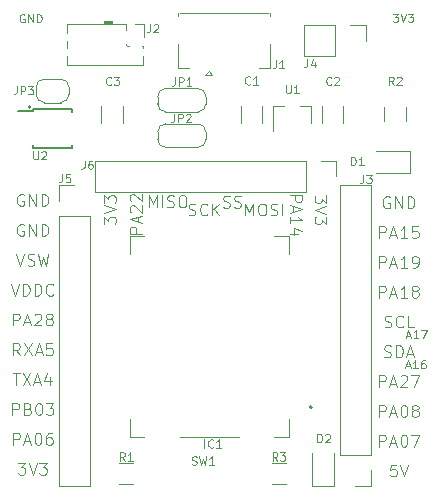
<source format=gbr>
%TF.GenerationSoftware,KiCad,Pcbnew,(5.1.8)-1*%
%TF.CreationDate,2021-02-16T14:56:34+05:30*%
%TF.ProjectId,WLR089U0-DevBoard,574c5230-3839-4553-902d-446576426f61,V1*%
%TF.SameCoordinates,Original*%
%TF.FileFunction,Legend,Top*%
%TF.FilePolarity,Positive*%
%FSLAX46Y46*%
G04 Gerber Fmt 4.6, Leading zero omitted, Abs format (unit mm)*
G04 Created by KiCad (PCBNEW (5.1.8)-1) date 2021-02-16 14:56:34*
%MOMM*%
%LPD*%
G01*
G04 APERTURE LIST*
%ADD10C,0.100000*%
%ADD11C,0.150000*%
%ADD12C,0.120000*%
%ADD13C,0.200000*%
%ADD14R,1.500000X1.500000*%
%ADD15R,1.000000X1.500000*%
%ADD16O,1.700000X1.700000*%
%ADD17R,1.700000X1.700000*%
%ADD18O,1.050000X1.250000*%
%ADD19R,0.400000X1.350000*%
%ADD20O,1.000000X1.900000*%
%ADD21R,2.900000X1.900000*%
%ADD22R,0.875000X1.900000*%
%ADD23C,2.600000*%
%ADD24C,3.000000*%
%ADD25R,2.000000X0.700000*%
%ADD26R,1.500000X0.700000*%
%ADD27R,0.700000X1.500000*%
%ADD28R,0.700000X2.000000*%
%ADD29R,3.000000X3.030000*%
%ADD30R,1.000000X1.000000*%
%ADD31O,1.000000X1.000000*%
%ADD32R,0.800000X0.900000*%
%ADD33R,1.400000X0.300000*%
G04 APERTURE END LIST*
D10*
X157816666Y-109966666D02*
X158150000Y-109966666D01*
X157750000Y-110166666D02*
X157983333Y-109466666D01*
X158216666Y-110166666D01*
X158816666Y-110166666D02*
X158416666Y-110166666D01*
X158616666Y-110166666D02*
X158616666Y-109466666D01*
X158550000Y-109566666D01*
X158483333Y-109633333D01*
X158416666Y-109666666D01*
X159416666Y-109466666D02*
X159283333Y-109466666D01*
X159216666Y-109500000D01*
X159183333Y-109533333D01*
X159116666Y-109633333D01*
X159083333Y-109766666D01*
X159083333Y-110033333D01*
X159116666Y-110100000D01*
X159150000Y-110133333D01*
X159216666Y-110166666D01*
X159350000Y-110166666D01*
X159416666Y-110133333D01*
X159450000Y-110100000D01*
X159483333Y-110033333D01*
X159483333Y-109866666D01*
X159450000Y-109800000D01*
X159416666Y-109766666D01*
X159350000Y-109733333D01*
X159216666Y-109733333D01*
X159150000Y-109766666D01*
X159116666Y-109800000D01*
X159083333Y-109866666D01*
X157866666Y-107416666D02*
X158200000Y-107416666D01*
X157800000Y-107616666D02*
X158033333Y-106916666D01*
X158266666Y-107616666D01*
X158866666Y-107616666D02*
X158466666Y-107616666D01*
X158666666Y-107616666D02*
X158666666Y-106916666D01*
X158600000Y-107016666D01*
X158533333Y-107083333D01*
X158466666Y-107116666D01*
X159100000Y-106916666D02*
X159566666Y-106916666D01*
X159266666Y-107616666D01*
D11*
X126020711Y-88050000D02*
G75*
G03*
X126020711Y-88050000I-70711J0D01*
G01*
D12*
X132250000Y-80750000D02*
X132250000Y-80950000D01*
X132300000Y-80850000D02*
X132900000Y-80800000D01*
X132900000Y-80900000D02*
X132300000Y-80900000D01*
X132950000Y-80750000D02*
X132250000Y-80750000D01*
X132950000Y-80950000D02*
X132950000Y-80750000D01*
D10*
X124982704Y-118152380D02*
X125601752Y-118152380D01*
X125268419Y-118533333D01*
X125411276Y-118533333D01*
X125506514Y-118580952D01*
X125554133Y-118628571D01*
X125601752Y-118723809D01*
X125601752Y-118961904D01*
X125554133Y-119057142D01*
X125506514Y-119104761D01*
X125411276Y-119152380D01*
X125125561Y-119152380D01*
X125030323Y-119104761D01*
X124982704Y-119057142D01*
X125887466Y-118152380D02*
X126220800Y-119152380D01*
X126554133Y-118152380D01*
X126792228Y-118152380D02*
X127411276Y-118152380D01*
X127077942Y-118533333D01*
X127220800Y-118533333D01*
X127316038Y-118580952D01*
X127363657Y-118628571D01*
X127411276Y-118723809D01*
X127411276Y-118961904D01*
X127363657Y-119057142D01*
X127316038Y-119104761D01*
X127220800Y-119152380D01*
X126935085Y-119152380D01*
X126839847Y-119104761D01*
X126792228Y-119057142D01*
X157009523Y-118302380D02*
X156533333Y-118302380D01*
X156485714Y-118778571D01*
X156533333Y-118730952D01*
X156628571Y-118683333D01*
X156866666Y-118683333D01*
X156961904Y-118730952D01*
X157009523Y-118778571D01*
X157057142Y-118873809D01*
X157057142Y-119111904D01*
X157009523Y-119207142D01*
X156961904Y-119254761D01*
X156866666Y-119302380D01*
X156628571Y-119302380D01*
X156533333Y-119254761D01*
X156485714Y-119207142D01*
X157342857Y-118302380D02*
X157676190Y-119302380D01*
X158009523Y-118302380D01*
X151097619Y-95511904D02*
X151097619Y-96130952D01*
X150716666Y-95797619D01*
X150716666Y-95940476D01*
X150669047Y-96035714D01*
X150621428Y-96083333D01*
X150526190Y-96130952D01*
X150288095Y-96130952D01*
X150192857Y-96083333D01*
X150145238Y-96035714D01*
X150097619Y-95940476D01*
X150097619Y-95654761D01*
X150145238Y-95559523D01*
X150192857Y-95511904D01*
X151097619Y-96416666D02*
X150097619Y-96750000D01*
X151097619Y-97083333D01*
X151097619Y-97321428D02*
X151097619Y-97940476D01*
X150716666Y-97607142D01*
X150716666Y-97750000D01*
X150669047Y-97845238D01*
X150621428Y-97892857D01*
X150526190Y-97940476D01*
X150288095Y-97940476D01*
X150192857Y-97892857D01*
X150145238Y-97845238D01*
X150097619Y-97750000D01*
X150097619Y-97464285D01*
X150145238Y-97369047D01*
X150192857Y-97321428D01*
X125149371Y-109045000D02*
X124816038Y-108568810D01*
X124577942Y-109045000D02*
X124577942Y-108045000D01*
X124958895Y-108045000D01*
X125054133Y-108092620D01*
X125101752Y-108140239D01*
X125149371Y-108235477D01*
X125149371Y-108378334D01*
X125101752Y-108473572D01*
X125054133Y-108521191D01*
X124958895Y-108568810D01*
X124577942Y-108568810D01*
X125482704Y-108045000D02*
X126149371Y-109045000D01*
X126149371Y-108045000D02*
X125482704Y-109045000D01*
X126482704Y-108759286D02*
X126958895Y-108759286D01*
X126387466Y-109045000D02*
X126720800Y-108045000D01*
X127054133Y-109045000D01*
X127863657Y-108045000D02*
X127387466Y-108045000D01*
X127339847Y-108521191D01*
X127387466Y-108473572D01*
X127482704Y-108425953D01*
X127720800Y-108425953D01*
X127816038Y-108473572D01*
X127863657Y-108521191D01*
X127911276Y-108616429D01*
X127911276Y-108854524D01*
X127863657Y-108949762D01*
X127816038Y-108997381D01*
X127720800Y-109045000D01*
X127482704Y-109045000D01*
X127387466Y-108997381D01*
X127339847Y-108949762D01*
X124554133Y-110571844D02*
X125125561Y-110571844D01*
X124839847Y-111571844D02*
X124839847Y-110571844D01*
X125363657Y-110571844D02*
X126030323Y-111571844D01*
X126030323Y-110571844D02*
X125363657Y-111571844D01*
X126363657Y-111286130D02*
X126839847Y-111286130D01*
X126268419Y-111571844D02*
X126601752Y-110571844D01*
X126935085Y-111571844D01*
X127696990Y-110905178D02*
X127696990Y-111571844D01*
X127458895Y-110524225D02*
X127220800Y-111238511D01*
X127839847Y-111238511D01*
X124577942Y-116625532D02*
X124577942Y-115625532D01*
X124958895Y-115625532D01*
X125054133Y-115673152D01*
X125101752Y-115720771D01*
X125149371Y-115816009D01*
X125149371Y-115958866D01*
X125101752Y-116054104D01*
X125054133Y-116101723D01*
X124958895Y-116149342D01*
X124577942Y-116149342D01*
X125530323Y-116339818D02*
X126006514Y-116339818D01*
X125435085Y-116625532D02*
X125768419Y-115625532D01*
X126101752Y-116625532D01*
X126625561Y-115625532D02*
X126720800Y-115625532D01*
X126816038Y-115673152D01*
X126863657Y-115720771D01*
X126911276Y-115816009D01*
X126958895Y-116006485D01*
X126958895Y-116244580D01*
X126911276Y-116435056D01*
X126863657Y-116530294D01*
X126816038Y-116577913D01*
X126720800Y-116625532D01*
X126625561Y-116625532D01*
X126530323Y-116577913D01*
X126482704Y-116530294D01*
X126435085Y-116435056D01*
X126387466Y-116244580D01*
X126387466Y-116006485D01*
X126435085Y-115816009D01*
X126482704Y-115720771D01*
X126530323Y-115673152D01*
X126625561Y-115625532D01*
X127816038Y-115625532D02*
X127625561Y-115625532D01*
X127530323Y-115673152D01*
X127482704Y-115720771D01*
X127387466Y-115863628D01*
X127339847Y-116054104D01*
X127339847Y-116435056D01*
X127387466Y-116530294D01*
X127435085Y-116577913D01*
X127530323Y-116625532D01*
X127720800Y-116625532D01*
X127816038Y-116577913D01*
X127863657Y-116530294D01*
X127911276Y-116435056D01*
X127911276Y-116196961D01*
X127863657Y-116101723D01*
X127816038Y-116054104D01*
X127720800Y-116006485D01*
X127530323Y-116006485D01*
X127435085Y-116054104D01*
X127387466Y-116101723D01*
X127339847Y-116196961D01*
X124506514Y-114098688D02*
X124506514Y-113098688D01*
X124887466Y-113098688D01*
X124982704Y-113146308D01*
X125030323Y-113193927D01*
X125077942Y-113289165D01*
X125077942Y-113432022D01*
X125030323Y-113527260D01*
X124982704Y-113574879D01*
X124887466Y-113622498D01*
X124506514Y-113622498D01*
X125839847Y-113574879D02*
X125982704Y-113622498D01*
X126030323Y-113670117D01*
X126077942Y-113765355D01*
X126077942Y-113908212D01*
X126030323Y-114003450D01*
X125982704Y-114051069D01*
X125887466Y-114098688D01*
X125506514Y-114098688D01*
X125506514Y-113098688D01*
X125839847Y-113098688D01*
X125935085Y-113146308D01*
X125982704Y-113193927D01*
X126030323Y-113289165D01*
X126030323Y-113384403D01*
X125982704Y-113479641D01*
X125935085Y-113527260D01*
X125839847Y-113574879D01*
X125506514Y-113574879D01*
X126696990Y-113098688D02*
X126792228Y-113098688D01*
X126887466Y-113146308D01*
X126935085Y-113193927D01*
X126982704Y-113289165D01*
X127030323Y-113479641D01*
X127030323Y-113717736D01*
X126982704Y-113908212D01*
X126935085Y-114003450D01*
X126887466Y-114051069D01*
X126792228Y-114098688D01*
X126696990Y-114098688D01*
X126601752Y-114051069D01*
X126554133Y-114003450D01*
X126506514Y-113908212D01*
X126458895Y-113717736D01*
X126458895Y-113479641D01*
X126506514Y-113289165D01*
X126554133Y-113193927D01*
X126601752Y-113146308D01*
X126696990Y-113098688D01*
X127363657Y-113098688D02*
X127982704Y-113098688D01*
X127649371Y-113479641D01*
X127792228Y-113479641D01*
X127887466Y-113527260D01*
X127935085Y-113574879D01*
X127982704Y-113670117D01*
X127982704Y-113908212D01*
X127935085Y-114003450D01*
X127887466Y-114051069D01*
X127792228Y-114098688D01*
X127506514Y-114098688D01*
X127411276Y-114051069D01*
X127363657Y-114003450D01*
X124577942Y-106518156D02*
X124577942Y-105518156D01*
X124958895Y-105518156D01*
X125054133Y-105565776D01*
X125101752Y-105613395D01*
X125149371Y-105708633D01*
X125149371Y-105851490D01*
X125101752Y-105946728D01*
X125054133Y-105994347D01*
X124958895Y-106041966D01*
X124577942Y-106041966D01*
X125530323Y-106232442D02*
X126006514Y-106232442D01*
X125435085Y-106518156D02*
X125768419Y-105518156D01*
X126101752Y-106518156D01*
X126387466Y-105613395D02*
X126435085Y-105565776D01*
X126530323Y-105518156D01*
X126768419Y-105518156D01*
X126863657Y-105565776D01*
X126911276Y-105613395D01*
X126958895Y-105708633D01*
X126958895Y-105803871D01*
X126911276Y-105946728D01*
X126339847Y-106518156D01*
X126958895Y-106518156D01*
X127530323Y-105946728D02*
X127435085Y-105899109D01*
X127387466Y-105851490D01*
X127339847Y-105756252D01*
X127339847Y-105708633D01*
X127387466Y-105613395D01*
X127435085Y-105565776D01*
X127530323Y-105518156D01*
X127720800Y-105518156D01*
X127816038Y-105565776D01*
X127863657Y-105613395D01*
X127911276Y-105708633D01*
X127911276Y-105756252D01*
X127863657Y-105851490D01*
X127816038Y-105899109D01*
X127720800Y-105946728D01*
X127530323Y-105946728D01*
X127435085Y-105994347D01*
X127387466Y-106041966D01*
X127339847Y-106137204D01*
X127339847Y-106327680D01*
X127387466Y-106422918D01*
X127435085Y-106470537D01*
X127530323Y-106518156D01*
X127720800Y-106518156D01*
X127816038Y-106470537D01*
X127863657Y-106422918D01*
X127911276Y-106327680D01*
X127911276Y-106137204D01*
X127863657Y-106041966D01*
X127816038Y-105994347D01*
X127720800Y-105946728D01*
X124387466Y-102991312D02*
X124720800Y-103991312D01*
X125054133Y-102991312D01*
X125387466Y-103991312D02*
X125387466Y-102991312D01*
X125625561Y-102991312D01*
X125768419Y-103038932D01*
X125863657Y-103134170D01*
X125911276Y-103229408D01*
X125958895Y-103419884D01*
X125958895Y-103562741D01*
X125911276Y-103753217D01*
X125863657Y-103848455D01*
X125768419Y-103943693D01*
X125625561Y-103991312D01*
X125387466Y-103991312D01*
X126387466Y-103991312D02*
X126387466Y-102991312D01*
X126625561Y-102991312D01*
X126768419Y-103038932D01*
X126863657Y-103134170D01*
X126911276Y-103229408D01*
X126958895Y-103419884D01*
X126958895Y-103562741D01*
X126911276Y-103753217D01*
X126863657Y-103848455D01*
X126768419Y-103943693D01*
X126625561Y-103991312D01*
X126387466Y-103991312D01*
X127958895Y-103896074D02*
X127911276Y-103943693D01*
X127768419Y-103991312D01*
X127673180Y-103991312D01*
X127530323Y-103943693D01*
X127435085Y-103848455D01*
X127387466Y-103753217D01*
X127339847Y-103562741D01*
X127339847Y-103419884D01*
X127387466Y-103229408D01*
X127435085Y-103134170D01*
X127530323Y-103038932D01*
X127673180Y-102991312D01*
X127768419Y-102991312D01*
X127911276Y-103038932D01*
X127958895Y-103086551D01*
X124839847Y-100464468D02*
X125173180Y-101464468D01*
X125506514Y-100464468D01*
X125792228Y-101416849D02*
X125935085Y-101464468D01*
X126173180Y-101464468D01*
X126268419Y-101416849D01*
X126316038Y-101369230D01*
X126363657Y-101273992D01*
X126363657Y-101178754D01*
X126316038Y-101083516D01*
X126268419Y-101035897D01*
X126173180Y-100988278D01*
X125982704Y-100940659D01*
X125887466Y-100893040D01*
X125839847Y-100845421D01*
X125792228Y-100750183D01*
X125792228Y-100654945D01*
X125839847Y-100559707D01*
X125887466Y-100512088D01*
X125982704Y-100464468D01*
X126220800Y-100464468D01*
X126363657Y-100512088D01*
X126696990Y-100464468D02*
X126935085Y-101464468D01*
X127125561Y-100750183D01*
X127316038Y-101464468D01*
X127554133Y-100464468D01*
X125458895Y-97985244D02*
X125363657Y-97937624D01*
X125220800Y-97937624D01*
X125077942Y-97985244D01*
X124982704Y-98080482D01*
X124935085Y-98175720D01*
X124887466Y-98366196D01*
X124887466Y-98509053D01*
X124935085Y-98699529D01*
X124982704Y-98794767D01*
X125077942Y-98890005D01*
X125220800Y-98937624D01*
X125316038Y-98937624D01*
X125458895Y-98890005D01*
X125506514Y-98842386D01*
X125506514Y-98509053D01*
X125316038Y-98509053D01*
X125935085Y-98937624D02*
X125935085Y-97937624D01*
X126506514Y-98937624D01*
X126506514Y-97937624D01*
X126982704Y-98937624D02*
X126982704Y-97937624D01*
X127220800Y-97937624D01*
X127363657Y-97985244D01*
X127458895Y-98080482D01*
X127506514Y-98175720D01*
X127554133Y-98366196D01*
X127554133Y-98509053D01*
X127506514Y-98699529D01*
X127458895Y-98794767D01*
X127363657Y-98890005D01*
X127220800Y-98937624D01*
X126982704Y-98937624D01*
X125458895Y-95458400D02*
X125363657Y-95410780D01*
X125220800Y-95410780D01*
X125077942Y-95458400D01*
X124982704Y-95553638D01*
X124935085Y-95648876D01*
X124887466Y-95839352D01*
X124887466Y-95982209D01*
X124935085Y-96172685D01*
X124982704Y-96267923D01*
X125077942Y-96363161D01*
X125220800Y-96410780D01*
X125316038Y-96410780D01*
X125458895Y-96363161D01*
X125506514Y-96315542D01*
X125506514Y-95982209D01*
X125316038Y-95982209D01*
X125935085Y-96410780D02*
X125935085Y-95410780D01*
X126506514Y-96410780D01*
X126506514Y-95410780D01*
X126982704Y-96410780D02*
X126982704Y-95410780D01*
X127220800Y-95410780D01*
X127363657Y-95458400D01*
X127458895Y-95553638D01*
X127506514Y-95648876D01*
X127554133Y-95839352D01*
X127554133Y-95982209D01*
X127506514Y-96172685D01*
X127458895Y-96267923D01*
X127363657Y-96363161D01*
X127220800Y-96410780D01*
X126982704Y-96410780D01*
X132252380Y-97938095D02*
X132252380Y-97319047D01*
X132633333Y-97652380D01*
X132633333Y-97509523D01*
X132680952Y-97414285D01*
X132728571Y-97366666D01*
X132823809Y-97319047D01*
X133061904Y-97319047D01*
X133157142Y-97366666D01*
X133204761Y-97414285D01*
X133252380Y-97509523D01*
X133252380Y-97795238D01*
X133204761Y-97890476D01*
X133157142Y-97938095D01*
X132252380Y-97033333D02*
X133252380Y-96700000D01*
X132252380Y-96366666D01*
X132252380Y-96128571D02*
X132252380Y-95509523D01*
X132633333Y-95842857D01*
X132633333Y-95700000D01*
X132680952Y-95604761D01*
X132728571Y-95557142D01*
X132823809Y-95509523D01*
X133061904Y-95509523D01*
X133157142Y-95557142D01*
X133204761Y-95604761D01*
X133252380Y-95700000D01*
X133252380Y-95985714D01*
X133204761Y-96080952D01*
X133157142Y-96128571D01*
X135452380Y-98742857D02*
X134452380Y-98742857D01*
X134452380Y-98361904D01*
X134500000Y-98266666D01*
X134547619Y-98219047D01*
X134642857Y-98171428D01*
X134785714Y-98171428D01*
X134880952Y-98219047D01*
X134928571Y-98266666D01*
X134976190Y-98361904D01*
X134976190Y-98742857D01*
X135166666Y-97790476D02*
X135166666Y-97314285D01*
X135452380Y-97885714D02*
X134452380Y-97552380D01*
X135452380Y-97219047D01*
X134547619Y-96933333D02*
X134500000Y-96885714D01*
X134452380Y-96790476D01*
X134452380Y-96552380D01*
X134500000Y-96457142D01*
X134547619Y-96409523D01*
X134642857Y-96361904D01*
X134738095Y-96361904D01*
X134880952Y-96409523D01*
X135452380Y-96980952D01*
X135452380Y-96361904D01*
X134547619Y-95980952D02*
X134500000Y-95933333D01*
X134452380Y-95838095D01*
X134452380Y-95600000D01*
X134500000Y-95504761D01*
X134547619Y-95457142D01*
X134642857Y-95409523D01*
X134738095Y-95409523D01*
X134880952Y-95457142D01*
X135452380Y-96028571D01*
X135452380Y-95409523D01*
X136047619Y-96502380D02*
X136047619Y-95502380D01*
X136380952Y-96216666D01*
X136714285Y-95502380D01*
X136714285Y-96502380D01*
X137190476Y-96502380D02*
X137190476Y-95502380D01*
X137619047Y-96454761D02*
X137761904Y-96502380D01*
X138000000Y-96502380D01*
X138095238Y-96454761D01*
X138142857Y-96407142D01*
X138190476Y-96311904D01*
X138190476Y-96216666D01*
X138142857Y-96121428D01*
X138095238Y-96073809D01*
X138000000Y-96026190D01*
X137809523Y-95978571D01*
X137714285Y-95930952D01*
X137666666Y-95883333D01*
X137619047Y-95788095D01*
X137619047Y-95692857D01*
X137666666Y-95597619D01*
X137714285Y-95550000D01*
X137809523Y-95502380D01*
X138047619Y-95502380D01*
X138190476Y-95550000D01*
X138809523Y-95502380D02*
X139000000Y-95502380D01*
X139095238Y-95550000D01*
X139190476Y-95645238D01*
X139238095Y-95835714D01*
X139238095Y-96169047D01*
X139190476Y-96359523D01*
X139095238Y-96454761D01*
X139000000Y-96502380D01*
X138809523Y-96502380D01*
X138714285Y-96454761D01*
X138619047Y-96359523D01*
X138571428Y-96169047D01*
X138571428Y-95835714D01*
X138619047Y-95645238D01*
X138714285Y-95550000D01*
X138809523Y-95502380D01*
X139433333Y-97154761D02*
X139576190Y-97202380D01*
X139814285Y-97202380D01*
X139909523Y-97154761D01*
X139957142Y-97107142D01*
X140004761Y-97011904D01*
X140004761Y-96916666D01*
X139957142Y-96821428D01*
X139909523Y-96773809D01*
X139814285Y-96726190D01*
X139623809Y-96678571D01*
X139528571Y-96630952D01*
X139480952Y-96583333D01*
X139433333Y-96488095D01*
X139433333Y-96392857D01*
X139480952Y-96297619D01*
X139528571Y-96250000D01*
X139623809Y-96202380D01*
X139861904Y-96202380D01*
X140004761Y-96250000D01*
X141004761Y-97107142D02*
X140957142Y-97154761D01*
X140814285Y-97202380D01*
X140719047Y-97202380D01*
X140576190Y-97154761D01*
X140480952Y-97059523D01*
X140433333Y-96964285D01*
X140385714Y-96773809D01*
X140385714Y-96630952D01*
X140433333Y-96440476D01*
X140480952Y-96345238D01*
X140576190Y-96250000D01*
X140719047Y-96202380D01*
X140814285Y-96202380D01*
X140957142Y-96250000D01*
X141004761Y-96297619D01*
X141433333Y-97202380D02*
X141433333Y-96202380D01*
X142004761Y-97202380D02*
X141576190Y-96630952D01*
X142004761Y-96202380D02*
X141433333Y-96773809D01*
X142338095Y-96504761D02*
X142480952Y-96552380D01*
X142719047Y-96552380D01*
X142814285Y-96504761D01*
X142861904Y-96457142D01*
X142909523Y-96361904D01*
X142909523Y-96266666D01*
X142861904Y-96171428D01*
X142814285Y-96123809D01*
X142719047Y-96076190D01*
X142528571Y-96028571D01*
X142433333Y-95980952D01*
X142385714Y-95933333D01*
X142338095Y-95838095D01*
X142338095Y-95742857D01*
X142385714Y-95647619D01*
X142433333Y-95600000D01*
X142528571Y-95552380D01*
X142766666Y-95552380D01*
X142909523Y-95600000D01*
X143290476Y-96504761D02*
X143433333Y-96552380D01*
X143671428Y-96552380D01*
X143766666Y-96504761D01*
X143814285Y-96457142D01*
X143861904Y-96361904D01*
X143861904Y-96266666D01*
X143814285Y-96171428D01*
X143766666Y-96123809D01*
X143671428Y-96076190D01*
X143480952Y-96028571D01*
X143385714Y-95980952D01*
X143338095Y-95933333D01*
X143290476Y-95838095D01*
X143290476Y-95742857D01*
X143338095Y-95647619D01*
X143385714Y-95600000D01*
X143480952Y-95552380D01*
X143719047Y-95552380D01*
X143861904Y-95600000D01*
X144228571Y-97202380D02*
X144228571Y-96202380D01*
X144561904Y-96916666D01*
X144895238Y-96202380D01*
X144895238Y-97202380D01*
X145561904Y-96202380D02*
X145752380Y-96202380D01*
X145847619Y-96250000D01*
X145942857Y-96345238D01*
X145990476Y-96535714D01*
X145990476Y-96869047D01*
X145942857Y-97059523D01*
X145847619Y-97154761D01*
X145752380Y-97202380D01*
X145561904Y-97202380D01*
X145466666Y-97154761D01*
X145371428Y-97059523D01*
X145323809Y-96869047D01*
X145323809Y-96535714D01*
X145371428Y-96345238D01*
X145466666Y-96250000D01*
X145561904Y-96202380D01*
X146371428Y-97154761D02*
X146514285Y-97202380D01*
X146752380Y-97202380D01*
X146847619Y-97154761D01*
X146895238Y-97107142D01*
X146942857Y-97011904D01*
X146942857Y-96916666D01*
X146895238Y-96821428D01*
X146847619Y-96773809D01*
X146752380Y-96726190D01*
X146561904Y-96678571D01*
X146466666Y-96630952D01*
X146419047Y-96583333D01*
X146371428Y-96488095D01*
X146371428Y-96392857D01*
X146419047Y-96297619D01*
X146466666Y-96250000D01*
X146561904Y-96202380D01*
X146800000Y-96202380D01*
X146942857Y-96250000D01*
X147371428Y-97202380D02*
X147371428Y-96202380D01*
X147997619Y-95507142D02*
X148997619Y-95507142D01*
X148997619Y-95888095D01*
X148950000Y-95983333D01*
X148902380Y-96030952D01*
X148807142Y-96078571D01*
X148664285Y-96078571D01*
X148569047Y-96030952D01*
X148521428Y-95983333D01*
X148473809Y-95888095D01*
X148473809Y-95507142D01*
X148283333Y-96459523D02*
X148283333Y-96935714D01*
X147997619Y-96364285D02*
X148997619Y-96697619D01*
X147997619Y-97030952D01*
X147997619Y-97888095D02*
X147997619Y-97316666D01*
X147997619Y-97602380D02*
X148997619Y-97602380D01*
X148854761Y-97507142D01*
X148759523Y-97411904D01*
X148711904Y-97316666D01*
X148664285Y-98745238D02*
X147997619Y-98745238D01*
X149045238Y-98507142D02*
X148330952Y-98269047D01*
X148330952Y-98888095D01*
X156438095Y-95650000D02*
X156342857Y-95602380D01*
X156200000Y-95602380D01*
X156057142Y-95650000D01*
X155961904Y-95745238D01*
X155914285Y-95840476D01*
X155866666Y-96030952D01*
X155866666Y-96173809D01*
X155914285Y-96364285D01*
X155961904Y-96459523D01*
X156057142Y-96554761D01*
X156200000Y-96602380D01*
X156295238Y-96602380D01*
X156438095Y-96554761D01*
X156485714Y-96507142D01*
X156485714Y-96173809D01*
X156295238Y-96173809D01*
X156914285Y-96602380D02*
X156914285Y-95602380D01*
X157485714Y-96602380D01*
X157485714Y-95602380D01*
X157961904Y-96602380D02*
X157961904Y-95602380D01*
X158200000Y-95602380D01*
X158342857Y-95650000D01*
X158438095Y-95745238D01*
X158485714Y-95840476D01*
X158533333Y-96030952D01*
X158533333Y-96173809D01*
X158485714Y-96364285D01*
X158438095Y-96459523D01*
X158342857Y-96554761D01*
X158200000Y-96602380D01*
X157961904Y-96602380D01*
X155557142Y-99124602D02*
X155557142Y-98124602D01*
X155938095Y-98124602D01*
X156033333Y-98172222D01*
X156080952Y-98219841D01*
X156128571Y-98315079D01*
X156128571Y-98457936D01*
X156080952Y-98553174D01*
X156033333Y-98600793D01*
X155938095Y-98648412D01*
X155557142Y-98648412D01*
X156509523Y-98838888D02*
X156985714Y-98838888D01*
X156414285Y-99124602D02*
X156747619Y-98124602D01*
X157080952Y-99124602D01*
X157938095Y-99124602D02*
X157366666Y-99124602D01*
X157652380Y-99124602D02*
X157652380Y-98124602D01*
X157557142Y-98267460D01*
X157461904Y-98362698D01*
X157366666Y-98410317D01*
X158842857Y-98124602D02*
X158366666Y-98124602D01*
X158319047Y-98600793D01*
X158366666Y-98553174D01*
X158461904Y-98505555D01*
X158700000Y-98505555D01*
X158795238Y-98553174D01*
X158842857Y-98600793D01*
X158890476Y-98696031D01*
X158890476Y-98934126D01*
X158842857Y-99029364D01*
X158795238Y-99076983D01*
X158700000Y-99124602D01*
X158461904Y-99124602D01*
X158366666Y-99076983D01*
X158319047Y-99029364D01*
X155557142Y-101646824D02*
X155557142Y-100646824D01*
X155938095Y-100646824D01*
X156033333Y-100694444D01*
X156080952Y-100742063D01*
X156128571Y-100837301D01*
X156128571Y-100980158D01*
X156080952Y-101075396D01*
X156033333Y-101123015D01*
X155938095Y-101170634D01*
X155557142Y-101170634D01*
X156509523Y-101361110D02*
X156985714Y-101361110D01*
X156414285Y-101646824D02*
X156747619Y-100646824D01*
X157080952Y-101646824D01*
X157938095Y-101646824D02*
X157366666Y-101646824D01*
X157652380Y-101646824D02*
X157652380Y-100646824D01*
X157557142Y-100789682D01*
X157461904Y-100884920D01*
X157366666Y-100932539D01*
X158414285Y-101646824D02*
X158604761Y-101646824D01*
X158700000Y-101599205D01*
X158747619Y-101551586D01*
X158842857Y-101408729D01*
X158890476Y-101218253D01*
X158890476Y-100837301D01*
X158842857Y-100742063D01*
X158795238Y-100694444D01*
X158700000Y-100646824D01*
X158509523Y-100646824D01*
X158414285Y-100694444D01*
X158366666Y-100742063D01*
X158319047Y-100837301D01*
X158319047Y-101075396D01*
X158366666Y-101170634D01*
X158414285Y-101218253D01*
X158509523Y-101265872D01*
X158700000Y-101265872D01*
X158795238Y-101218253D01*
X158842857Y-101170634D01*
X158890476Y-101075396D01*
X155557142Y-104169046D02*
X155557142Y-103169046D01*
X155938095Y-103169046D01*
X156033333Y-103216666D01*
X156080952Y-103264285D01*
X156128571Y-103359523D01*
X156128571Y-103502380D01*
X156080952Y-103597618D01*
X156033333Y-103645237D01*
X155938095Y-103692856D01*
X155557142Y-103692856D01*
X156509523Y-103883332D02*
X156985714Y-103883332D01*
X156414285Y-104169046D02*
X156747619Y-103169046D01*
X157080952Y-104169046D01*
X157938095Y-104169046D02*
X157366666Y-104169046D01*
X157652380Y-104169046D02*
X157652380Y-103169046D01*
X157557142Y-103311904D01*
X157461904Y-103407142D01*
X157366666Y-103454761D01*
X158509523Y-103597618D02*
X158414285Y-103549999D01*
X158366666Y-103502380D01*
X158319047Y-103407142D01*
X158319047Y-103359523D01*
X158366666Y-103264285D01*
X158414285Y-103216666D01*
X158509523Y-103169046D01*
X158700000Y-103169046D01*
X158795238Y-103216666D01*
X158842857Y-103264285D01*
X158890476Y-103359523D01*
X158890476Y-103407142D01*
X158842857Y-103502380D01*
X158795238Y-103549999D01*
X158700000Y-103597618D01*
X158509523Y-103597618D01*
X158414285Y-103645237D01*
X158366666Y-103692856D01*
X158319047Y-103788094D01*
X158319047Y-103978570D01*
X158366666Y-104073808D01*
X158414285Y-104121427D01*
X158509523Y-104169046D01*
X158700000Y-104169046D01*
X158795238Y-104121427D01*
X158842857Y-104073808D01*
X158890476Y-103978570D01*
X158890476Y-103788094D01*
X158842857Y-103692856D01*
X158795238Y-103645237D01*
X158700000Y-103597618D01*
X156009523Y-106643649D02*
X156152380Y-106691268D01*
X156390476Y-106691268D01*
X156485714Y-106643649D01*
X156533333Y-106596030D01*
X156580952Y-106500792D01*
X156580952Y-106405554D01*
X156533333Y-106310316D01*
X156485714Y-106262697D01*
X156390476Y-106215078D01*
X156200000Y-106167459D01*
X156104761Y-106119840D01*
X156057142Y-106072221D01*
X156009523Y-105976983D01*
X156009523Y-105881745D01*
X156057142Y-105786507D01*
X156104761Y-105738888D01*
X156200000Y-105691268D01*
X156438095Y-105691268D01*
X156580952Y-105738888D01*
X157580952Y-106596030D02*
X157533333Y-106643649D01*
X157390476Y-106691268D01*
X157295238Y-106691268D01*
X157152380Y-106643649D01*
X157057142Y-106548411D01*
X157009523Y-106453173D01*
X156961904Y-106262697D01*
X156961904Y-106119840D01*
X157009523Y-105929364D01*
X157057142Y-105834126D01*
X157152380Y-105738888D01*
X157295238Y-105691268D01*
X157390476Y-105691268D01*
X157533333Y-105738888D01*
X157580952Y-105786507D01*
X158485714Y-106691268D02*
X158009523Y-106691268D01*
X158009523Y-105691268D01*
X155985714Y-109165871D02*
X156128571Y-109213490D01*
X156366666Y-109213490D01*
X156461904Y-109165871D01*
X156509523Y-109118252D01*
X156557142Y-109023014D01*
X156557142Y-108927776D01*
X156509523Y-108832538D01*
X156461904Y-108784919D01*
X156366666Y-108737300D01*
X156176190Y-108689681D01*
X156080952Y-108642062D01*
X156033333Y-108594443D01*
X155985714Y-108499205D01*
X155985714Y-108403967D01*
X156033333Y-108308729D01*
X156080952Y-108261110D01*
X156176190Y-108213490D01*
X156414285Y-108213490D01*
X156557142Y-108261110D01*
X156985714Y-109213490D02*
X156985714Y-108213490D01*
X157223809Y-108213490D01*
X157366666Y-108261110D01*
X157461904Y-108356348D01*
X157509523Y-108451586D01*
X157557142Y-108642062D01*
X157557142Y-108784919D01*
X157509523Y-108975395D01*
X157461904Y-109070633D01*
X157366666Y-109165871D01*
X157223809Y-109213490D01*
X156985714Y-109213490D01*
X157938095Y-108927776D02*
X158414285Y-108927776D01*
X157842857Y-109213490D02*
X158176190Y-108213490D01*
X158509523Y-109213490D01*
X155557142Y-111735712D02*
X155557142Y-110735712D01*
X155938095Y-110735712D01*
X156033333Y-110783332D01*
X156080952Y-110830951D01*
X156128571Y-110926189D01*
X156128571Y-111069046D01*
X156080952Y-111164284D01*
X156033333Y-111211903D01*
X155938095Y-111259522D01*
X155557142Y-111259522D01*
X156509523Y-111449998D02*
X156985714Y-111449998D01*
X156414285Y-111735712D02*
X156747619Y-110735712D01*
X157080952Y-111735712D01*
X157366666Y-110830951D02*
X157414285Y-110783332D01*
X157509523Y-110735712D01*
X157747619Y-110735712D01*
X157842857Y-110783332D01*
X157890476Y-110830951D01*
X157938095Y-110926189D01*
X157938095Y-111021427D01*
X157890476Y-111164284D01*
X157319047Y-111735712D01*
X157938095Y-111735712D01*
X158271428Y-110735712D02*
X158938095Y-110735712D01*
X158509523Y-111735712D01*
X155557142Y-114257934D02*
X155557142Y-113257934D01*
X155938095Y-113257934D01*
X156033333Y-113305554D01*
X156080952Y-113353173D01*
X156128571Y-113448411D01*
X156128571Y-113591268D01*
X156080952Y-113686506D01*
X156033333Y-113734125D01*
X155938095Y-113781744D01*
X155557142Y-113781744D01*
X156509523Y-113972220D02*
X156985714Y-113972220D01*
X156414285Y-114257934D02*
X156747619Y-113257934D01*
X157080952Y-114257934D01*
X157604761Y-113257934D02*
X157700000Y-113257934D01*
X157795238Y-113305554D01*
X157842857Y-113353173D01*
X157890476Y-113448411D01*
X157938095Y-113638887D01*
X157938095Y-113876982D01*
X157890476Y-114067458D01*
X157842857Y-114162696D01*
X157795238Y-114210315D01*
X157700000Y-114257934D01*
X157604761Y-114257934D01*
X157509523Y-114210315D01*
X157461904Y-114162696D01*
X157414285Y-114067458D01*
X157366666Y-113876982D01*
X157366666Y-113638887D01*
X157414285Y-113448411D01*
X157461904Y-113353173D01*
X157509523Y-113305554D01*
X157604761Y-113257934D01*
X158509523Y-113686506D02*
X158414285Y-113638887D01*
X158366666Y-113591268D01*
X158319047Y-113496030D01*
X158319047Y-113448411D01*
X158366666Y-113353173D01*
X158414285Y-113305554D01*
X158509523Y-113257934D01*
X158700000Y-113257934D01*
X158795238Y-113305554D01*
X158842857Y-113353173D01*
X158890476Y-113448411D01*
X158890476Y-113496030D01*
X158842857Y-113591268D01*
X158795238Y-113638887D01*
X158700000Y-113686506D01*
X158509523Y-113686506D01*
X158414285Y-113734125D01*
X158366666Y-113781744D01*
X158319047Y-113876982D01*
X158319047Y-114067458D01*
X158366666Y-114162696D01*
X158414285Y-114210315D01*
X158509523Y-114257934D01*
X158700000Y-114257934D01*
X158795238Y-114210315D01*
X158842857Y-114162696D01*
X158890476Y-114067458D01*
X158890476Y-113876982D01*
X158842857Y-113781744D01*
X158795238Y-113734125D01*
X158700000Y-113686506D01*
X155557142Y-116780156D02*
X155557142Y-115780156D01*
X155938095Y-115780156D01*
X156033333Y-115827776D01*
X156080952Y-115875395D01*
X156128571Y-115970633D01*
X156128571Y-116113490D01*
X156080952Y-116208728D01*
X156033333Y-116256347D01*
X155938095Y-116303966D01*
X155557142Y-116303966D01*
X156509523Y-116494442D02*
X156985714Y-116494442D01*
X156414285Y-116780156D02*
X156747619Y-115780156D01*
X157080952Y-116780156D01*
X157604761Y-115780156D02*
X157700000Y-115780156D01*
X157795238Y-115827776D01*
X157842857Y-115875395D01*
X157890476Y-115970633D01*
X157938095Y-116161109D01*
X157938095Y-116399204D01*
X157890476Y-116589680D01*
X157842857Y-116684918D01*
X157795238Y-116732537D01*
X157700000Y-116780156D01*
X157604761Y-116780156D01*
X157509523Y-116732537D01*
X157461904Y-116684918D01*
X157414285Y-116589680D01*
X157366666Y-116399204D01*
X157366666Y-116161109D01*
X157414285Y-115970633D01*
X157461904Y-115875395D01*
X157509523Y-115827776D01*
X157604761Y-115780156D01*
X158271428Y-115780156D02*
X158938095Y-115780156D01*
X158509523Y-116780156D01*
D12*
%TO.C,JP3*%
X126500000Y-86950000D02*
X126500000Y-86350000D01*
X128600000Y-87650000D02*
X127200000Y-87650000D01*
X129300000Y-86350000D02*
X129300000Y-86950000D01*
X127200000Y-85650000D02*
X128600000Y-85650000D01*
X126500000Y-86350000D02*
G75*
G02*
X127200000Y-85650000I700000J0D01*
G01*
X127200000Y-87650000D02*
G75*
G02*
X126500000Y-86950000I0J700000D01*
G01*
X129300000Y-86950000D02*
G75*
G02*
X128600000Y-87650000I-700000J0D01*
G01*
X128600000Y-85650000D02*
G75*
G02*
X129300000Y-86350000I0J-700000D01*
G01*
%TO.C,JP1*%
X136798000Y-87750000D02*
X136798000Y-87150000D01*
X140248000Y-88450000D02*
X137448000Y-88450000D01*
X140898000Y-87150000D02*
X140898000Y-87750000D01*
X137448000Y-86450000D02*
X140248000Y-86450000D01*
X136798000Y-87150000D02*
G75*
G02*
X137498000Y-86450000I700000J0D01*
G01*
X137498000Y-88450000D02*
G75*
G02*
X136798000Y-87750000I0J700000D01*
G01*
X140898000Y-87750000D02*
G75*
G02*
X140198000Y-88450000I-700000J0D01*
G01*
X140198000Y-86450000D02*
G75*
G02*
X140898000Y-87150000I0J-700000D01*
G01*
%TO.C,J6*%
X131490000Y-92570000D02*
X131490000Y-95230000D01*
X149330000Y-92570000D02*
X131490000Y-92570000D01*
X149330000Y-95230000D02*
X131490000Y-95230000D01*
X149330000Y-92570000D02*
X149330000Y-95230000D01*
X150600000Y-92570000D02*
X151930000Y-92570000D01*
X151930000Y-92570000D02*
X151930000Y-93900000D01*
D10*
%TO.C,J1*%
X146175000Y-80050000D02*
X138675000Y-80050000D01*
D12*
X146295000Y-80300000D02*
X146295000Y-80050000D01*
X138555000Y-80300000D02*
X138555000Y-80050000D01*
X139425000Y-84770000D02*
X138555000Y-84770000D01*
X146295000Y-84770000D02*
X146295000Y-82700000D01*
X138555000Y-84770000D02*
X138555000Y-82700000D01*
X146295000Y-84770000D02*
X145425000Y-84770000D01*
X141125000Y-85000000D02*
X141425000Y-85300000D01*
X141125000Y-85000000D02*
X140825000Y-85300000D01*
X141425000Y-85300000D02*
X140825000Y-85300000D01*
%TO.C,C1*%
X145660000Y-87968748D02*
X145660000Y-89391252D01*
X143840000Y-87968748D02*
X143840000Y-89391252D01*
%TO.C,C2*%
X152510000Y-89391252D02*
X152510000Y-87968748D01*
X150690000Y-89391252D02*
X150690000Y-87968748D01*
%TO.C,C3*%
X133857000Y-87968748D02*
X133857000Y-89391252D01*
X132037000Y-87968748D02*
X132037000Y-89391252D01*
%TO.C,D1*%
X158160000Y-91740000D02*
X155300000Y-91740000D01*
X158160000Y-93660000D02*
X158160000Y-91740000D01*
X155300000Y-93660000D02*
X158160000Y-93660000D01*
%TO.C,D2*%
X149855000Y-117293000D02*
X149855000Y-120153000D01*
X149855000Y-120153000D02*
X151775000Y-120153000D01*
X151775000Y-120153000D02*
X151775000Y-117293000D01*
D10*
%TO.C,IC1*%
X147925000Y-98950000D02*
X146675000Y-98950000D01*
X147925000Y-100450000D02*
X147925000Y-98950000D01*
X134425000Y-98950000D02*
X135675000Y-98950000D01*
X134425000Y-100450000D02*
X134425000Y-98950000D01*
X134425000Y-115950000D02*
X134425000Y-114450000D01*
X135675000Y-115950000D02*
X134425000Y-115950000D01*
X143675000Y-115950000D02*
X138675000Y-115950000D01*
X147925000Y-115950000D02*
X147925000Y-114450000D01*
X146675000Y-115950000D02*
X147925000Y-115950000D01*
D13*
X149875000Y-113450000D02*
X149875000Y-113450000D01*
X149675000Y-113450000D02*
X149675000Y-113450000D01*
X149875000Y-113450000D02*
G75*
G02*
X149675000Y-113450000I-100000J0D01*
G01*
X149675000Y-113450000D02*
G75*
G02*
X149875000Y-113450000I100000J0D01*
G01*
D12*
%TO.C,J2*%
X135660000Y-80970000D02*
X135660000Y-82100000D01*
X134900000Y-80970000D02*
X135660000Y-80970000D01*
X135595000Y-83677530D02*
X135595000Y-84500000D01*
X135595000Y-82860000D02*
X135595000Y-83062470D01*
X135463471Y-82860000D02*
X135595000Y-82860000D01*
X134193471Y-82860000D02*
X134336529Y-82860000D01*
X134140000Y-82663471D02*
X134140000Y-82806529D01*
X134140000Y-80970000D02*
X134140000Y-81536529D01*
X135595000Y-84500000D02*
X129125000Y-84500000D01*
X134140000Y-80970000D02*
X129125000Y-80970000D01*
X129125000Y-82407530D02*
X129125000Y-83062470D01*
X129125000Y-83677530D02*
X129125000Y-84500000D01*
X129125000Y-80970000D02*
X129125000Y-81792470D01*
%TO.C,J3*%
X154880000Y-94610000D02*
X152220000Y-94610000D01*
X154880000Y-117530000D02*
X154880000Y-94610000D01*
X152220000Y-117530000D02*
X152220000Y-94610000D01*
X154880000Y-117530000D02*
X152220000Y-117530000D01*
X154880000Y-118800000D02*
X154880000Y-120130000D01*
X154880000Y-120130000D02*
X153550000Y-120130000D01*
%TO.C,J5*%
X128420000Y-120140000D02*
X131080000Y-120140000D01*
X128420000Y-97220000D02*
X128420000Y-120140000D01*
X131080000Y-97220000D02*
X131080000Y-120140000D01*
X128420000Y-97220000D02*
X131080000Y-97220000D01*
X128420000Y-95950000D02*
X128420000Y-94620000D01*
X128420000Y-94620000D02*
X129750000Y-94620000D01*
%TO.C,J4*%
X154430000Y-81070000D02*
X154430000Y-82400000D01*
X153100000Y-81070000D02*
X154430000Y-81070000D01*
X151830000Y-81070000D02*
X151830000Y-83730000D01*
X151830000Y-83730000D02*
X149230000Y-83730000D01*
X151830000Y-81070000D02*
X149230000Y-81070000D01*
X149230000Y-81070000D02*
X149230000Y-83730000D01*
%TO.C,JP2*%
X136798000Y-90750000D02*
X136798000Y-90150000D01*
X140248000Y-91450000D02*
X137448000Y-91450000D01*
X140898000Y-90150000D02*
X140898000Y-90750000D01*
X137448000Y-89450000D02*
X140248000Y-89450000D01*
X136798000Y-90150000D02*
G75*
G02*
X137498000Y-89450000I700000J0D01*
G01*
X137498000Y-91450000D02*
G75*
G02*
X136798000Y-90750000I0J700000D01*
G01*
X140898000Y-90750000D02*
G75*
G02*
X140198000Y-91450000I-700000J0D01*
G01*
X140198000Y-89450000D02*
G75*
G02*
X140898000Y-90150000I0J-700000D01*
G01*
%TO.C,R1*%
X133547936Y-119978000D02*
X134752064Y-119978000D01*
X133547936Y-118158000D02*
X134752064Y-118158000D01*
%TO.C,R2*%
X157810000Y-88047936D02*
X157810000Y-89252064D01*
X155990000Y-88047936D02*
X155990000Y-89252064D01*
%TO.C,R3*%
X146454936Y-118158000D02*
X147659064Y-118158000D01*
X146454936Y-119978000D02*
X147659064Y-119978000D01*
%TO.C,U1*%
X149755000Y-87940000D02*
X148825000Y-87940000D01*
X146595000Y-87940000D02*
X147525000Y-87940000D01*
X146595000Y-87940000D02*
X146595000Y-90100000D01*
X149755000Y-87940000D02*
X149755000Y-89400000D01*
D11*
%TO.C,U2*%
X126225000Y-88175000D02*
X126225000Y-88400000D01*
X129575000Y-88175000D02*
X129575000Y-88475000D01*
X129575000Y-91525000D02*
X129575000Y-91225000D01*
X126225000Y-91525000D02*
X126225000Y-91225000D01*
X126225000Y-88175000D02*
X129575000Y-88175000D01*
X126225000Y-91525000D02*
X129575000Y-91525000D01*
X126225000Y-88400000D02*
X125000000Y-88400000D01*
%TO.C,JP3*%
D10*
X124866666Y-86266666D02*
X124866666Y-86766666D01*
X124833333Y-86866666D01*
X124766666Y-86933333D01*
X124666666Y-86966666D01*
X124600000Y-86966666D01*
X125200000Y-86966666D02*
X125200000Y-86266666D01*
X125466666Y-86266666D01*
X125533333Y-86300000D01*
X125566666Y-86333333D01*
X125600000Y-86400000D01*
X125600000Y-86500000D01*
X125566666Y-86566666D01*
X125533333Y-86600000D01*
X125466666Y-86633333D01*
X125200000Y-86633333D01*
X125833333Y-86266666D02*
X126266666Y-86266666D01*
X126033333Y-86533333D01*
X126133333Y-86533333D01*
X126200000Y-86566666D01*
X126233333Y-86600000D01*
X126266666Y-86666666D01*
X126266666Y-86833333D01*
X126233333Y-86900000D01*
X126200000Y-86933333D01*
X126133333Y-86966666D01*
X125933333Y-86966666D01*
X125866666Y-86933333D01*
X125833333Y-86900000D01*
%TO.C,SW1*%
X139704666Y-118282933D02*
X139804666Y-118316266D01*
X139971333Y-118316266D01*
X140038000Y-118282933D01*
X140071333Y-118249600D01*
X140104666Y-118182933D01*
X140104666Y-118116266D01*
X140071333Y-118049600D01*
X140038000Y-118016266D01*
X139971333Y-117982933D01*
X139838000Y-117949600D01*
X139771333Y-117916266D01*
X139738000Y-117882933D01*
X139704666Y-117816266D01*
X139704666Y-117749600D01*
X139738000Y-117682933D01*
X139771333Y-117649600D01*
X139838000Y-117616266D01*
X140004666Y-117616266D01*
X140104666Y-117649600D01*
X140338000Y-117616266D02*
X140504666Y-118316266D01*
X140638000Y-117816266D01*
X140771333Y-118316266D01*
X140938000Y-117616266D01*
X141571333Y-118316266D02*
X141171333Y-118316266D01*
X141371333Y-118316266D02*
X141371333Y-117616266D01*
X141304666Y-117716266D01*
X141238000Y-117782933D01*
X141171333Y-117816266D01*
%TO.C,JP1*%
X138264666Y-85516666D02*
X138264666Y-86016666D01*
X138231333Y-86116666D01*
X138164666Y-86183333D01*
X138064666Y-86216666D01*
X137998000Y-86216666D01*
X138598000Y-86216666D02*
X138598000Y-85516666D01*
X138864666Y-85516666D01*
X138931333Y-85550000D01*
X138964666Y-85583333D01*
X138998000Y-85650000D01*
X138998000Y-85750000D01*
X138964666Y-85816666D01*
X138931333Y-85850000D01*
X138864666Y-85883333D01*
X138598000Y-85883333D01*
X139664666Y-86216666D02*
X139264666Y-86216666D01*
X139464666Y-86216666D02*
X139464666Y-85516666D01*
X139398000Y-85616666D01*
X139331333Y-85683333D01*
X139264666Y-85716666D01*
%TO.C,J6*%
X130616666Y-92566666D02*
X130616666Y-93066666D01*
X130583333Y-93166666D01*
X130516666Y-93233333D01*
X130416666Y-93266666D01*
X130350000Y-93266666D01*
X131250000Y-92566666D02*
X131116666Y-92566666D01*
X131050000Y-92600000D01*
X131016666Y-92633333D01*
X130950000Y-92733333D01*
X130916666Y-92866666D01*
X130916666Y-93133333D01*
X130950000Y-93200000D01*
X130983333Y-93233333D01*
X131050000Y-93266666D01*
X131183333Y-93266666D01*
X131250000Y-93233333D01*
X131283333Y-93200000D01*
X131316666Y-93133333D01*
X131316666Y-92966666D01*
X131283333Y-92900000D01*
X131250000Y-92866666D01*
X131183333Y-92833333D01*
X131050000Y-92833333D01*
X130983333Y-92866666D01*
X130950000Y-92900000D01*
X130916666Y-92966666D01*
%TO.C,J1*%
X146816666Y-84066666D02*
X146816666Y-84566666D01*
X146783333Y-84666666D01*
X146716666Y-84733333D01*
X146616666Y-84766666D01*
X146550000Y-84766666D01*
X147516666Y-84766666D02*
X147116666Y-84766666D01*
X147316666Y-84766666D02*
X147316666Y-84066666D01*
X147250000Y-84166666D01*
X147183333Y-84233333D01*
X147116666Y-84266666D01*
%TO.C,3V3*%
X156733333Y-80116666D02*
X157166666Y-80116666D01*
X156933333Y-80383333D01*
X157033333Y-80383333D01*
X157100000Y-80416666D01*
X157133333Y-80450000D01*
X157166666Y-80516666D01*
X157166666Y-80683333D01*
X157133333Y-80750000D01*
X157100000Y-80783333D01*
X157033333Y-80816666D01*
X156833333Y-80816666D01*
X156766666Y-80783333D01*
X156733333Y-80750000D01*
X157366666Y-80116666D02*
X157600000Y-80816666D01*
X157833333Y-80116666D01*
X158000000Y-80116666D02*
X158433333Y-80116666D01*
X158200000Y-80383333D01*
X158300000Y-80383333D01*
X158366666Y-80416666D01*
X158400000Y-80450000D01*
X158433333Y-80516666D01*
X158433333Y-80683333D01*
X158400000Y-80750000D01*
X158366666Y-80783333D01*
X158300000Y-80816666D01*
X158100000Y-80816666D01*
X158033333Y-80783333D01*
X158000000Y-80750000D01*
%TO.C,GND*%
X125516666Y-80200000D02*
X125450000Y-80166666D01*
X125350000Y-80166666D01*
X125250000Y-80200000D01*
X125183333Y-80266666D01*
X125150000Y-80333333D01*
X125116666Y-80466666D01*
X125116666Y-80566666D01*
X125150000Y-80700000D01*
X125183333Y-80766666D01*
X125250000Y-80833333D01*
X125350000Y-80866666D01*
X125416666Y-80866666D01*
X125516666Y-80833333D01*
X125550000Y-80800000D01*
X125550000Y-80566666D01*
X125416666Y-80566666D01*
X125850000Y-80866666D02*
X125850000Y-80166666D01*
X126250000Y-80866666D01*
X126250000Y-80166666D01*
X126583333Y-80866666D02*
X126583333Y-80166666D01*
X126750000Y-80166666D01*
X126850000Y-80200000D01*
X126916666Y-80266666D01*
X126950000Y-80333333D01*
X126983333Y-80466666D01*
X126983333Y-80566666D01*
X126950000Y-80700000D01*
X126916666Y-80766666D01*
X126850000Y-80833333D01*
X126750000Y-80866666D01*
X126583333Y-80866666D01*
%TO.C,C1*%
X144633333Y-86060000D02*
X144600000Y-86093333D01*
X144500000Y-86126666D01*
X144433333Y-86126666D01*
X144333333Y-86093333D01*
X144266666Y-86026666D01*
X144233333Y-85960000D01*
X144200000Y-85826666D01*
X144200000Y-85726666D01*
X144233333Y-85593333D01*
X144266666Y-85526666D01*
X144333333Y-85460000D01*
X144433333Y-85426666D01*
X144500000Y-85426666D01*
X144600000Y-85460000D01*
X144633333Y-85493333D01*
X145300000Y-86126666D02*
X144900000Y-86126666D01*
X145100000Y-86126666D02*
X145100000Y-85426666D01*
X145033333Y-85526666D01*
X144966666Y-85593333D01*
X144900000Y-85626666D01*
%TO.C,C2*%
X151500003Y-86100000D02*
X151466670Y-86133333D01*
X151366670Y-86166666D01*
X151300003Y-86166666D01*
X151200003Y-86133333D01*
X151133336Y-86066666D01*
X151100003Y-86000000D01*
X151066670Y-85866666D01*
X151066670Y-85766666D01*
X151100003Y-85633333D01*
X151133336Y-85566666D01*
X151200003Y-85500000D01*
X151300003Y-85466666D01*
X151366670Y-85466666D01*
X151466670Y-85500000D01*
X151500003Y-85533333D01*
X151766670Y-85533333D02*
X151800003Y-85500000D01*
X151866670Y-85466666D01*
X152033336Y-85466666D01*
X152100003Y-85500000D01*
X152133336Y-85533333D01*
X152166670Y-85600000D01*
X152166670Y-85666666D01*
X152133336Y-85766666D01*
X151733336Y-86166666D01*
X152166670Y-86166666D01*
%TO.C,C3*%
X132867000Y-86110000D02*
X132833667Y-86143333D01*
X132733667Y-86176666D01*
X132667000Y-86176666D01*
X132567000Y-86143333D01*
X132500333Y-86076666D01*
X132467000Y-86010000D01*
X132433667Y-85876666D01*
X132433667Y-85776666D01*
X132467000Y-85643333D01*
X132500333Y-85576666D01*
X132567000Y-85510000D01*
X132667000Y-85476666D01*
X132733667Y-85476666D01*
X132833667Y-85510000D01*
X132867000Y-85543333D01*
X133100333Y-85476666D02*
X133533667Y-85476666D01*
X133300333Y-85743333D01*
X133400333Y-85743333D01*
X133467000Y-85776666D01*
X133500333Y-85810000D01*
X133533667Y-85876666D01*
X133533667Y-86043333D01*
X133500333Y-86110000D01*
X133467000Y-86143333D01*
X133400333Y-86176666D01*
X133200333Y-86176666D01*
X133133667Y-86143333D01*
X133100333Y-86110000D01*
%TO.C,D1*%
X153183333Y-92966666D02*
X153183333Y-92266666D01*
X153350000Y-92266666D01*
X153450000Y-92300000D01*
X153516666Y-92366666D01*
X153550000Y-92433333D01*
X153583333Y-92566666D01*
X153583333Y-92666666D01*
X153550000Y-92800000D01*
X153516666Y-92866666D01*
X153450000Y-92933333D01*
X153350000Y-92966666D01*
X153183333Y-92966666D01*
X154250000Y-92966666D02*
X153850000Y-92966666D01*
X154050000Y-92966666D02*
X154050000Y-92266666D01*
X153983333Y-92366666D01*
X153916666Y-92433333D01*
X153850000Y-92466666D01*
%TO.C,D2*%
X150333333Y-116416266D02*
X150333333Y-115716266D01*
X150500000Y-115716266D01*
X150600000Y-115749600D01*
X150666666Y-115816266D01*
X150700000Y-115882933D01*
X150733333Y-116016266D01*
X150733333Y-116116266D01*
X150700000Y-116249600D01*
X150666666Y-116316266D01*
X150600000Y-116382933D01*
X150500000Y-116416266D01*
X150333333Y-116416266D01*
X151000000Y-115782933D02*
X151033333Y-115749600D01*
X151100000Y-115716266D01*
X151266666Y-115716266D01*
X151333333Y-115749600D01*
X151366666Y-115782933D01*
X151400000Y-115849600D01*
X151400000Y-115916266D01*
X151366666Y-116016266D01*
X150966666Y-116416266D01*
X151400000Y-116416266D01*
%TO.C,IC1*%
X140766666Y-116866666D02*
X140766666Y-116166666D01*
X141500000Y-116800000D02*
X141466666Y-116833333D01*
X141366666Y-116866666D01*
X141300000Y-116866666D01*
X141200000Y-116833333D01*
X141133333Y-116766666D01*
X141100000Y-116700000D01*
X141066666Y-116566666D01*
X141066666Y-116466666D01*
X141100000Y-116333333D01*
X141133333Y-116266666D01*
X141200000Y-116200000D01*
X141300000Y-116166666D01*
X141366666Y-116166666D01*
X141466666Y-116200000D01*
X141500000Y-116233333D01*
X142166666Y-116866666D02*
X141766666Y-116866666D01*
X141966666Y-116866666D02*
X141966666Y-116166666D01*
X141900000Y-116266666D01*
X141833333Y-116333333D01*
X141766666Y-116366666D01*
%TO.C,J2*%
X136166666Y-81016666D02*
X136166666Y-81516666D01*
X136133333Y-81616666D01*
X136066666Y-81683333D01*
X135966666Y-81716666D01*
X135900000Y-81716666D01*
X136466666Y-81083333D02*
X136500000Y-81050000D01*
X136566666Y-81016666D01*
X136733333Y-81016666D01*
X136800000Y-81050000D01*
X136833333Y-81083333D01*
X136866666Y-81150000D01*
X136866666Y-81216666D01*
X136833333Y-81316666D01*
X136433333Y-81716666D01*
X136866666Y-81716666D01*
%TO.C,J3*%
X154216666Y-93766666D02*
X154216666Y-94266666D01*
X154183333Y-94366666D01*
X154116666Y-94433333D01*
X154016666Y-94466666D01*
X153950000Y-94466666D01*
X154483333Y-93766666D02*
X154916666Y-93766666D01*
X154683333Y-94033333D01*
X154783333Y-94033333D01*
X154850000Y-94066666D01*
X154883333Y-94100000D01*
X154916666Y-94166666D01*
X154916666Y-94333333D01*
X154883333Y-94400000D01*
X154850000Y-94433333D01*
X154783333Y-94466666D01*
X154583333Y-94466666D01*
X154516666Y-94433333D01*
X154483333Y-94400000D01*
%TO.C,J5*%
X128716666Y-93716666D02*
X128716666Y-94216666D01*
X128683333Y-94316666D01*
X128616666Y-94383333D01*
X128516666Y-94416666D01*
X128450000Y-94416666D01*
X129383333Y-93716666D02*
X129050000Y-93716666D01*
X129016666Y-94050000D01*
X129050000Y-94016666D01*
X129116666Y-93983333D01*
X129283333Y-93983333D01*
X129350000Y-94016666D01*
X129383333Y-94050000D01*
X129416666Y-94116666D01*
X129416666Y-94283333D01*
X129383333Y-94350000D01*
X129350000Y-94383333D01*
X129283333Y-94416666D01*
X129116666Y-94416666D01*
X129050000Y-94383333D01*
X129016666Y-94350000D01*
%TO.C,J4*%
X149489166Y-83966666D02*
X149489166Y-84466666D01*
X149455833Y-84566666D01*
X149389166Y-84633333D01*
X149289166Y-84666666D01*
X149222500Y-84666666D01*
X150122500Y-84200000D02*
X150122500Y-84666666D01*
X149955833Y-83933333D02*
X149789166Y-84433333D01*
X150222500Y-84433333D01*
%TO.C,JP2*%
X138214666Y-88616666D02*
X138214666Y-89116666D01*
X138181333Y-89216666D01*
X138114666Y-89283333D01*
X138014666Y-89316666D01*
X137948000Y-89316666D01*
X138548000Y-89316666D02*
X138548000Y-88616666D01*
X138814666Y-88616666D01*
X138881333Y-88650000D01*
X138914666Y-88683333D01*
X138948000Y-88750000D01*
X138948000Y-88850000D01*
X138914666Y-88916666D01*
X138881333Y-88950000D01*
X138814666Y-88983333D01*
X138548000Y-88983333D01*
X139214666Y-88683333D02*
X139248000Y-88650000D01*
X139314666Y-88616666D01*
X139481333Y-88616666D01*
X139548000Y-88650000D01*
X139581333Y-88683333D01*
X139614666Y-88750000D01*
X139614666Y-88816666D01*
X139581333Y-88916666D01*
X139181333Y-89316666D01*
X139614666Y-89316666D01*
%TO.C,R1*%
X134033333Y-117966266D02*
X133800000Y-117632933D01*
X133633333Y-117966266D02*
X133633333Y-117266266D01*
X133900000Y-117266266D01*
X133966666Y-117299600D01*
X134000000Y-117332933D01*
X134033333Y-117399600D01*
X134033333Y-117499600D01*
X134000000Y-117566266D01*
X133966666Y-117599600D01*
X133900000Y-117632933D01*
X133633333Y-117632933D01*
X134700000Y-117966266D02*
X134300000Y-117966266D01*
X134500000Y-117966266D02*
X134500000Y-117266266D01*
X134433333Y-117366266D01*
X134366666Y-117432933D01*
X134300000Y-117466266D01*
%TO.C,R2*%
X156783333Y-86166666D02*
X156550000Y-85833333D01*
X156383333Y-86166666D02*
X156383333Y-85466666D01*
X156650000Y-85466666D01*
X156716666Y-85500000D01*
X156750000Y-85533333D01*
X156783333Y-85600000D01*
X156783333Y-85700000D01*
X156750000Y-85766666D01*
X156716666Y-85800000D01*
X156650000Y-85833333D01*
X156383333Y-85833333D01*
X157050000Y-85533333D02*
X157083333Y-85500000D01*
X157150000Y-85466666D01*
X157316666Y-85466666D01*
X157383333Y-85500000D01*
X157416666Y-85533333D01*
X157450000Y-85600000D01*
X157450000Y-85666666D01*
X157416666Y-85766666D01*
X157016666Y-86166666D01*
X157450000Y-86166666D01*
%TO.C,R3*%
X146933333Y-117966266D02*
X146700000Y-117632933D01*
X146533333Y-117966266D02*
X146533333Y-117266266D01*
X146800000Y-117266266D01*
X146866666Y-117299600D01*
X146900000Y-117332933D01*
X146933333Y-117399600D01*
X146933333Y-117499600D01*
X146900000Y-117566266D01*
X146866666Y-117599600D01*
X146800000Y-117632933D01*
X146533333Y-117632933D01*
X147166666Y-117266266D02*
X147600000Y-117266266D01*
X147366666Y-117532933D01*
X147466666Y-117532933D01*
X147533333Y-117566266D01*
X147566666Y-117599600D01*
X147600000Y-117666266D01*
X147600000Y-117832933D01*
X147566666Y-117899600D01*
X147533333Y-117932933D01*
X147466666Y-117966266D01*
X147266666Y-117966266D01*
X147200000Y-117932933D01*
X147166666Y-117899600D01*
%TO.C,U1*%
X147655002Y-86166666D02*
X147655002Y-86733333D01*
X147688336Y-86800000D01*
X147721669Y-86833333D01*
X147788336Y-86866666D01*
X147921669Y-86866666D01*
X147988336Y-86833333D01*
X148021669Y-86800000D01*
X148055002Y-86733333D01*
X148055002Y-86166666D01*
X148755002Y-86866666D02*
X148355002Y-86866666D01*
X148555002Y-86866666D02*
X148555002Y-86166666D01*
X148488336Y-86266666D01*
X148421669Y-86333333D01*
X148355002Y-86366666D01*
%TO.C,U2*%
X126266666Y-91766666D02*
X126266666Y-92333333D01*
X126300000Y-92400000D01*
X126333333Y-92433333D01*
X126400000Y-92466666D01*
X126533333Y-92466666D01*
X126600000Y-92433333D01*
X126633333Y-92400000D01*
X126666666Y-92333333D01*
X126666666Y-91766666D01*
X126966666Y-91833333D02*
X127000000Y-91800000D01*
X127066666Y-91766666D01*
X127233333Y-91766666D01*
X127300000Y-91800000D01*
X127333333Y-91833333D01*
X127366666Y-91900000D01*
X127366666Y-91966666D01*
X127333333Y-92066666D01*
X126933333Y-92466666D01*
X127366666Y-92466666D01*
%TD*%
%LPC*%
%TO.C,JP3*%
G36*
X128550000Y-85900602D02*
G01*
X128574534Y-85900602D01*
X128623365Y-85905412D01*
X128671490Y-85914984D01*
X128718445Y-85929228D01*
X128763778Y-85948005D01*
X128807051Y-85971136D01*
X128847850Y-85998396D01*
X128885779Y-86029524D01*
X128920476Y-86064221D01*
X128951604Y-86102150D01*
X128978864Y-86142949D01*
X129001995Y-86186222D01*
X129020772Y-86231555D01*
X129035016Y-86278510D01*
X129044588Y-86326635D01*
X129049398Y-86375466D01*
X129049398Y-86400000D01*
X129050000Y-86400000D01*
X129050000Y-86900000D01*
X129049398Y-86900000D01*
X129049398Y-86924534D01*
X129044588Y-86973365D01*
X129035016Y-87021490D01*
X129020772Y-87068445D01*
X129001995Y-87113778D01*
X128978864Y-87157051D01*
X128951604Y-87197850D01*
X128920476Y-87235779D01*
X128885779Y-87270476D01*
X128847850Y-87301604D01*
X128807051Y-87328864D01*
X128763778Y-87351995D01*
X128718445Y-87370772D01*
X128671490Y-87385016D01*
X128623365Y-87394588D01*
X128574534Y-87399398D01*
X128550000Y-87399398D01*
X128550000Y-87400000D01*
X128050000Y-87400000D01*
X128050000Y-85900000D01*
X128550000Y-85900000D01*
X128550000Y-85900602D01*
G37*
G36*
X127750000Y-87400000D02*
G01*
X127250000Y-87400000D01*
X127250000Y-87399398D01*
X127225466Y-87399398D01*
X127176635Y-87394588D01*
X127128510Y-87385016D01*
X127081555Y-87370772D01*
X127036222Y-87351995D01*
X126992949Y-87328864D01*
X126952150Y-87301604D01*
X126914221Y-87270476D01*
X126879524Y-87235779D01*
X126848396Y-87197850D01*
X126821136Y-87157051D01*
X126798005Y-87113778D01*
X126779228Y-87068445D01*
X126764984Y-87021490D01*
X126755412Y-86973365D01*
X126750602Y-86924534D01*
X126750602Y-86900000D01*
X126750000Y-86900000D01*
X126750000Y-86400000D01*
X126750602Y-86400000D01*
X126750602Y-86375466D01*
X126755412Y-86326635D01*
X126764984Y-86278510D01*
X126779228Y-86231555D01*
X126798005Y-86186222D01*
X126821136Y-86142949D01*
X126848396Y-86102150D01*
X126879524Y-86064221D01*
X126914221Y-86029524D01*
X126952150Y-85998396D01*
X126992949Y-85971136D01*
X127036222Y-85948005D01*
X127081555Y-85929228D01*
X127128510Y-85914984D01*
X127176635Y-85905412D01*
X127225466Y-85900602D01*
X127250000Y-85900602D01*
X127250000Y-85900000D01*
X127750000Y-85900000D01*
X127750000Y-87400000D01*
G37*
%TD*%
D14*
%TO.C,SW1*%
X143408000Y-119263000D03*
X137788000Y-119253000D03*
%TD*%
D10*
%TO.C,JP1*%
G36*
X138098000Y-88200000D02*
G01*
X137548000Y-88200000D01*
X137548000Y-88199398D01*
X137523466Y-88199398D01*
X137474635Y-88194588D01*
X137426510Y-88185016D01*
X137379555Y-88170772D01*
X137334222Y-88151995D01*
X137290949Y-88128864D01*
X137250150Y-88101604D01*
X137212221Y-88070476D01*
X137177524Y-88035779D01*
X137146396Y-87997850D01*
X137119136Y-87957051D01*
X137096005Y-87913778D01*
X137077228Y-87868445D01*
X137062984Y-87821490D01*
X137053412Y-87773365D01*
X137048602Y-87724534D01*
X137048602Y-87700000D01*
X137048000Y-87700000D01*
X137048000Y-87200000D01*
X137048602Y-87200000D01*
X137048602Y-87175466D01*
X137053412Y-87126635D01*
X137062984Y-87078510D01*
X137077228Y-87031555D01*
X137096005Y-86986222D01*
X137119136Y-86942949D01*
X137146396Y-86902150D01*
X137177524Y-86864221D01*
X137212221Y-86829524D01*
X137250150Y-86798396D01*
X137290949Y-86771136D01*
X137334222Y-86748005D01*
X137379555Y-86729228D01*
X137426510Y-86714984D01*
X137474635Y-86705412D01*
X137523466Y-86700602D01*
X137548000Y-86700602D01*
X137548000Y-86700000D01*
X138098000Y-86700000D01*
X138098000Y-88200000D01*
G37*
D15*
X138848000Y-87450000D03*
D10*
G36*
X140148000Y-86700602D02*
G01*
X140172534Y-86700602D01*
X140221365Y-86705412D01*
X140269490Y-86714984D01*
X140316445Y-86729228D01*
X140361778Y-86748005D01*
X140405051Y-86771136D01*
X140445850Y-86798396D01*
X140483779Y-86829524D01*
X140518476Y-86864221D01*
X140549604Y-86902150D01*
X140576864Y-86942949D01*
X140599995Y-86986222D01*
X140618772Y-87031555D01*
X140633016Y-87078510D01*
X140642588Y-87126635D01*
X140647398Y-87175466D01*
X140647398Y-87200000D01*
X140648000Y-87200000D01*
X140648000Y-87700000D01*
X140647398Y-87700000D01*
X140647398Y-87724534D01*
X140642588Y-87773365D01*
X140633016Y-87821490D01*
X140618772Y-87868445D01*
X140599995Y-87913778D01*
X140576864Y-87957051D01*
X140549604Y-87997850D01*
X140518476Y-88035779D01*
X140483779Y-88070476D01*
X140445850Y-88101604D01*
X140405051Y-88128864D01*
X140361778Y-88151995D01*
X140316445Y-88170772D01*
X140269490Y-88185016D01*
X140221365Y-88194588D01*
X140172534Y-88199398D01*
X140148000Y-88199398D01*
X140148000Y-88200000D01*
X139598000Y-88200000D01*
X139598000Y-86700000D01*
X140148000Y-86700000D01*
X140148000Y-86700602D01*
G37*
%TD*%
D16*
%TO.C,J6*%
X132820000Y-93900000D03*
X135360000Y-93900000D03*
X137900000Y-93900000D03*
X140440000Y-93900000D03*
X142980000Y-93900000D03*
X145520000Y-93900000D03*
X148060000Y-93900000D03*
D17*
X150600000Y-93900000D03*
%TD*%
D18*
%TO.C,J1*%
X144650000Y-84500000D03*
D19*
X143725000Y-84175000D03*
X143075000Y-84175000D03*
X142425000Y-84175000D03*
X141125000Y-84175000D03*
D18*
X140200000Y-84500000D03*
D20*
X146600000Y-81500000D03*
X138250000Y-81500000D03*
D19*
X141775000Y-84175000D03*
D21*
X142425000Y-81500000D03*
D22*
X138687500Y-81500000D03*
X146162500Y-81500000D03*
%TD*%
D23*
%TO.C,3V3*%
X157600000Y-82700000D03*
D24*
X157600000Y-82700000D03*
%TD*%
D23*
%TO.C,GND*%
X126000000Y-82700000D03*
D24*
X126000000Y-82700000D03*
%TD*%
%TO.C,C1*%
G36*
G01*
X144099999Y-89580000D02*
X145400001Y-89580000D01*
G75*
G02*
X145650000Y-89829999I0J-249999D01*
G01*
X145650000Y-90655001D01*
G75*
G02*
X145400001Y-90905000I-249999J0D01*
G01*
X144099999Y-90905000D01*
G75*
G02*
X143850000Y-90655001I0J249999D01*
G01*
X143850000Y-89829999D01*
G75*
G02*
X144099999Y-89580000I249999J0D01*
G01*
G37*
G36*
G01*
X144099999Y-86455000D02*
X145400001Y-86455000D01*
G75*
G02*
X145650000Y-86704999I0J-249999D01*
G01*
X145650000Y-87530001D01*
G75*
G02*
X145400001Y-87780000I-249999J0D01*
G01*
X144099999Y-87780000D01*
G75*
G02*
X143850000Y-87530001I0J249999D01*
G01*
X143850000Y-86704999D01*
G75*
G02*
X144099999Y-86455000I249999J0D01*
G01*
G37*
%TD*%
%TO.C,C2*%
G36*
G01*
X152250001Y-90905000D02*
X150949999Y-90905000D01*
G75*
G02*
X150700000Y-90655001I0J249999D01*
G01*
X150700000Y-89829999D01*
G75*
G02*
X150949999Y-89580000I249999J0D01*
G01*
X152250001Y-89580000D01*
G75*
G02*
X152500000Y-89829999I0J-249999D01*
G01*
X152500000Y-90655001D01*
G75*
G02*
X152250001Y-90905000I-249999J0D01*
G01*
G37*
G36*
G01*
X152250001Y-87780000D02*
X150949999Y-87780000D01*
G75*
G02*
X150700000Y-87530001I0J249999D01*
G01*
X150700000Y-86704999D01*
G75*
G02*
X150949999Y-86455000I249999J0D01*
G01*
X152250001Y-86455000D01*
G75*
G02*
X152500000Y-86704999I0J-249999D01*
G01*
X152500000Y-87530001D01*
G75*
G02*
X152250001Y-87780000I-249999J0D01*
G01*
G37*
%TD*%
%TO.C,C3*%
G36*
G01*
X132296999Y-89580000D02*
X133597001Y-89580000D01*
G75*
G02*
X133847000Y-89829999I0J-249999D01*
G01*
X133847000Y-90655001D01*
G75*
G02*
X133597001Y-90905000I-249999J0D01*
G01*
X132296999Y-90905000D01*
G75*
G02*
X132047000Y-90655001I0J249999D01*
G01*
X132047000Y-89829999D01*
G75*
G02*
X132296999Y-89580000I249999J0D01*
G01*
G37*
G36*
G01*
X132296999Y-86455000D02*
X133597001Y-86455000D01*
G75*
G02*
X133847000Y-86704999I0J-249999D01*
G01*
X133847000Y-87530001D01*
G75*
G02*
X133597001Y-87780000I-249999J0D01*
G01*
X132296999Y-87780000D01*
G75*
G02*
X132047000Y-87530001I0J249999D01*
G01*
X132047000Y-86704999D01*
G75*
G02*
X132296999Y-86455000I249999J0D01*
G01*
G37*
%TD*%
%TO.C,D1*%
G36*
G01*
X157900000Y-92249999D02*
X157900000Y-93150001D01*
G75*
G02*
X157650001Y-93400000I-249999J0D01*
G01*
X156999999Y-93400000D01*
G75*
G02*
X156750000Y-93150001I0J249999D01*
G01*
X156750000Y-92249999D01*
G75*
G02*
X156999999Y-92000000I249999J0D01*
G01*
X157650001Y-92000000D01*
G75*
G02*
X157900000Y-92249999I0J-249999D01*
G01*
G37*
G36*
G01*
X155850000Y-92249999D02*
X155850000Y-93150001D01*
G75*
G02*
X155600001Y-93400000I-249999J0D01*
G01*
X154949999Y-93400000D01*
G75*
G02*
X154700000Y-93150001I0J249999D01*
G01*
X154700000Y-92249999D01*
G75*
G02*
X154949999Y-92000000I249999J0D01*
G01*
X155600001Y-92000000D01*
G75*
G02*
X155850000Y-92249999I0J-249999D01*
G01*
G37*
%TD*%
%TO.C,D2*%
G36*
G01*
X151265001Y-117843000D02*
X150364999Y-117843000D01*
G75*
G02*
X150115000Y-117593001I0J249999D01*
G01*
X150115000Y-116942999D01*
G75*
G02*
X150364999Y-116693000I249999J0D01*
G01*
X151265001Y-116693000D01*
G75*
G02*
X151515000Y-116942999I0J-249999D01*
G01*
X151515000Y-117593001D01*
G75*
G02*
X151265001Y-117843000I-249999J0D01*
G01*
G37*
G36*
G01*
X151265001Y-119893000D02*
X150364999Y-119893000D01*
G75*
G02*
X150115000Y-119643001I0J249999D01*
G01*
X150115000Y-118992999D01*
G75*
G02*
X150364999Y-118743000I249999J0D01*
G01*
X151265001Y-118743000D01*
G75*
G02*
X151515000Y-118992999I0J-249999D01*
G01*
X151515000Y-119643001D01*
G75*
G02*
X151265001Y-119893000I-249999J0D01*
G01*
G37*
%TD*%
D25*
%TO.C,IC1*%
X147925000Y-113370000D03*
X147925000Y-112370000D03*
D26*
X147925000Y-111370000D03*
X147925000Y-110370000D03*
X147925000Y-109370000D03*
X147925000Y-108370000D03*
X147925000Y-107370000D03*
X147925000Y-106370000D03*
X147925000Y-105370000D03*
X147925000Y-104370000D03*
X147925000Y-103370000D03*
D25*
X147925000Y-102370000D03*
D26*
X147925000Y-101370000D03*
D27*
X145675000Y-98950000D03*
D28*
X144675000Y-98950000D03*
D27*
X143675000Y-98950000D03*
X142675000Y-98950000D03*
X141675000Y-98950000D03*
X140675000Y-98950000D03*
X139675000Y-98950000D03*
X138675000Y-98950000D03*
X137675000Y-98950000D03*
D28*
X136675000Y-98950000D03*
D25*
X134425000Y-101370000D03*
D26*
X134425000Y-102370000D03*
X134425000Y-103370000D03*
X134425000Y-104370000D03*
X134425000Y-105370000D03*
X134425000Y-106370000D03*
X134425000Y-107370000D03*
X134425000Y-108370000D03*
X134425000Y-109370000D03*
X134425000Y-110370000D03*
X134425000Y-111370000D03*
D25*
X134425000Y-112370000D03*
X134425000Y-113370000D03*
D28*
X136675000Y-115950000D03*
X137675000Y-115950000D03*
X144675000Y-115950000D03*
X145675000Y-115950000D03*
D29*
X141875000Y-109620000D03*
%TD*%
D30*
%TO.C,J2*%
X134900000Y-82100000D03*
D31*
X134900000Y-83370000D03*
X133630000Y-82100000D03*
X133630000Y-83370000D03*
X132360000Y-82100000D03*
X132360000Y-83370000D03*
X131090000Y-82100000D03*
X131090000Y-83370000D03*
X129820000Y-82100000D03*
X129820000Y-83370000D03*
%TD*%
D16*
%TO.C,J3*%
X153550000Y-95940000D03*
X153550000Y-98480000D03*
X153550000Y-101020000D03*
X153550000Y-103560000D03*
X153550000Y-106100000D03*
X153550000Y-108640000D03*
X153550000Y-111180000D03*
X153550000Y-113720000D03*
X153550000Y-116260000D03*
D17*
X153550000Y-118800000D03*
%TD*%
D16*
%TO.C,J5*%
X129750000Y-118810000D03*
X129750000Y-116270000D03*
X129750000Y-113730000D03*
X129750000Y-111190000D03*
X129750000Y-108650000D03*
X129750000Y-106110000D03*
X129750000Y-103570000D03*
X129750000Y-101030000D03*
X129750000Y-98490000D03*
D17*
X129750000Y-95950000D03*
%TD*%
%TO.C,J4*%
X153100000Y-82400000D03*
D16*
X150560000Y-82400000D03*
%TD*%
D10*
%TO.C,JP2*%
G36*
X138098000Y-91200000D02*
G01*
X137548000Y-91200000D01*
X137548000Y-91199398D01*
X137523466Y-91199398D01*
X137474635Y-91194588D01*
X137426510Y-91185016D01*
X137379555Y-91170772D01*
X137334222Y-91151995D01*
X137290949Y-91128864D01*
X137250150Y-91101604D01*
X137212221Y-91070476D01*
X137177524Y-91035779D01*
X137146396Y-90997850D01*
X137119136Y-90957051D01*
X137096005Y-90913778D01*
X137077228Y-90868445D01*
X137062984Y-90821490D01*
X137053412Y-90773365D01*
X137048602Y-90724534D01*
X137048602Y-90700000D01*
X137048000Y-90700000D01*
X137048000Y-90200000D01*
X137048602Y-90200000D01*
X137048602Y-90175466D01*
X137053412Y-90126635D01*
X137062984Y-90078510D01*
X137077228Y-90031555D01*
X137096005Y-89986222D01*
X137119136Y-89942949D01*
X137146396Y-89902150D01*
X137177524Y-89864221D01*
X137212221Y-89829524D01*
X137250150Y-89798396D01*
X137290949Y-89771136D01*
X137334222Y-89748005D01*
X137379555Y-89729228D01*
X137426510Y-89714984D01*
X137474635Y-89705412D01*
X137523466Y-89700602D01*
X137548000Y-89700602D01*
X137548000Y-89700000D01*
X138098000Y-89700000D01*
X138098000Y-91200000D01*
G37*
D15*
X138848000Y-90450000D03*
D10*
G36*
X140148000Y-89700602D02*
G01*
X140172534Y-89700602D01*
X140221365Y-89705412D01*
X140269490Y-89714984D01*
X140316445Y-89729228D01*
X140361778Y-89748005D01*
X140405051Y-89771136D01*
X140445850Y-89798396D01*
X140483779Y-89829524D01*
X140518476Y-89864221D01*
X140549604Y-89902150D01*
X140576864Y-89942949D01*
X140599995Y-89986222D01*
X140618772Y-90031555D01*
X140633016Y-90078510D01*
X140642588Y-90126635D01*
X140647398Y-90175466D01*
X140647398Y-90200000D01*
X140648000Y-90200000D01*
X140648000Y-90700000D01*
X140647398Y-90700000D01*
X140647398Y-90724534D01*
X140642588Y-90773365D01*
X140633016Y-90821490D01*
X140618772Y-90868445D01*
X140599995Y-90913778D01*
X140576864Y-90957051D01*
X140549604Y-90997850D01*
X140518476Y-91035779D01*
X140483779Y-91070476D01*
X140445850Y-91101604D01*
X140405051Y-91128864D01*
X140361778Y-91151995D01*
X140316445Y-91170772D01*
X140269490Y-91185016D01*
X140221365Y-91194588D01*
X140172534Y-91199398D01*
X140148000Y-91199398D01*
X140148000Y-91200000D01*
X139598000Y-91200000D01*
X139598000Y-89700000D01*
X140148000Y-89700000D01*
X140148000Y-89700602D01*
G37*
%TD*%
%TO.C,R1*%
G36*
G01*
X131950000Y-119693000D02*
X131950000Y-118443000D01*
G75*
G02*
X132200000Y-118193000I250000J0D01*
G01*
X133125000Y-118193000D01*
G75*
G02*
X133375000Y-118443000I0J-250000D01*
G01*
X133375000Y-119693000D01*
G75*
G02*
X133125000Y-119943000I-250000J0D01*
G01*
X132200000Y-119943000D01*
G75*
G02*
X131950000Y-119693000I0J250000D01*
G01*
G37*
G36*
G01*
X134925000Y-119693000D02*
X134925000Y-118443000D01*
G75*
G02*
X135175000Y-118193000I250000J0D01*
G01*
X136100000Y-118193000D01*
G75*
G02*
X136350000Y-118443000I0J-250000D01*
G01*
X136350000Y-119693000D01*
G75*
G02*
X136100000Y-119943000I-250000J0D01*
G01*
X135175000Y-119943000D01*
G75*
G02*
X134925000Y-119693000I0J250000D01*
G01*
G37*
%TD*%
%TO.C,R2*%
G36*
G01*
X156275000Y-89425000D02*
X157525000Y-89425000D01*
G75*
G02*
X157775000Y-89675000I0J-250000D01*
G01*
X157775000Y-90600000D01*
G75*
G02*
X157525000Y-90850000I-250000J0D01*
G01*
X156275000Y-90850000D01*
G75*
G02*
X156025000Y-90600000I0J250000D01*
G01*
X156025000Y-89675000D01*
G75*
G02*
X156275000Y-89425000I250000J0D01*
G01*
G37*
G36*
G01*
X156275000Y-86450000D02*
X157525000Y-86450000D01*
G75*
G02*
X157775000Y-86700000I0J-250000D01*
G01*
X157775000Y-87625000D01*
G75*
G02*
X157525000Y-87875000I-250000J0D01*
G01*
X156275000Y-87875000D01*
G75*
G02*
X156025000Y-87625000I0J250000D01*
G01*
X156025000Y-86700000D01*
G75*
G02*
X156275000Y-86450000I250000J0D01*
G01*
G37*
%TD*%
%TO.C,R3*%
G36*
G01*
X147832000Y-119693000D02*
X147832000Y-118443000D01*
G75*
G02*
X148082000Y-118193000I250000J0D01*
G01*
X149007000Y-118193000D01*
G75*
G02*
X149257000Y-118443000I0J-250000D01*
G01*
X149257000Y-119693000D01*
G75*
G02*
X149007000Y-119943000I-250000J0D01*
G01*
X148082000Y-119943000D01*
G75*
G02*
X147832000Y-119693000I0J250000D01*
G01*
G37*
G36*
G01*
X144857000Y-119693000D02*
X144857000Y-118443000D01*
G75*
G02*
X145107000Y-118193000I250000J0D01*
G01*
X146032000Y-118193000D01*
G75*
G02*
X146282000Y-118443000I0J-250000D01*
G01*
X146282000Y-119693000D01*
G75*
G02*
X146032000Y-119943000I-250000J0D01*
G01*
X145107000Y-119943000D01*
G75*
G02*
X144857000Y-119693000I0J250000D01*
G01*
G37*
%TD*%
D32*
%TO.C,U1*%
X148175000Y-87700000D03*
X149125000Y-89700000D03*
X147225000Y-89700000D03*
%TD*%
D33*
%TO.C,U2*%
X130100000Y-88850000D03*
X130100000Y-89350000D03*
X130100000Y-89850000D03*
X130100000Y-90350000D03*
X130100000Y-90850000D03*
X125700000Y-90850000D03*
X125700000Y-90350000D03*
X125700000Y-89850000D03*
X125700000Y-89350000D03*
X125700000Y-88850000D03*
%TD*%
M02*

</source>
